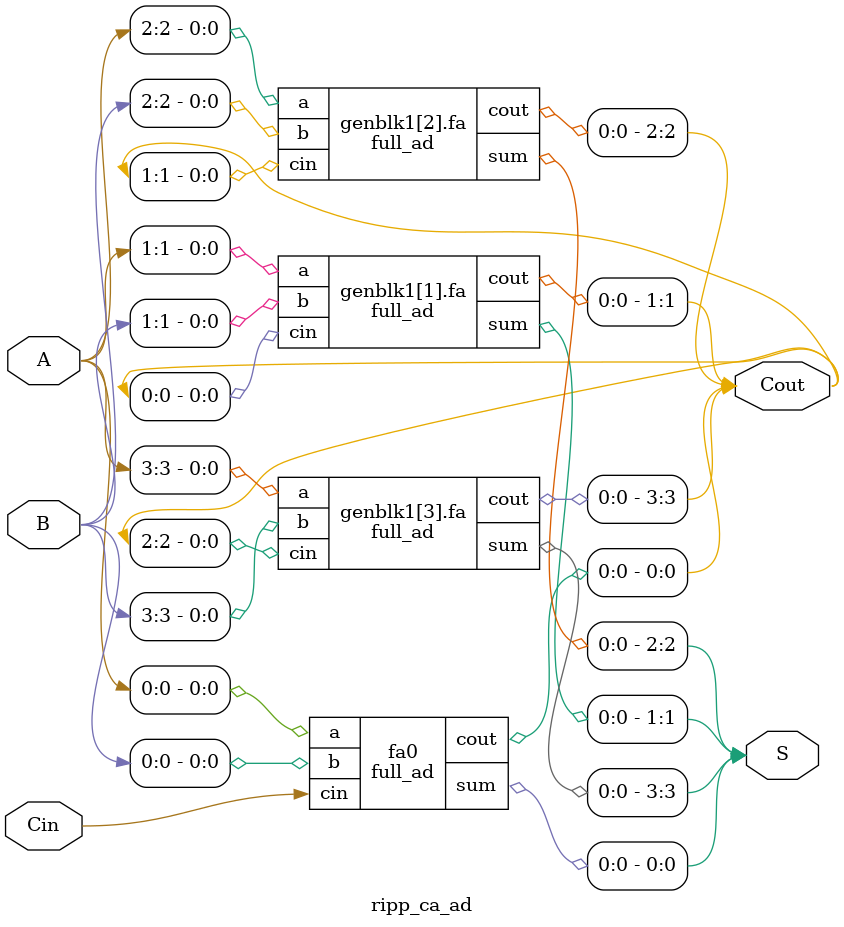
<source format=v>
module full_ad(
  input a, b, cin,
  output sum, cout
);
  
  assign {sum, cout} = {a^b^cin, ((a & b) | (b & cin) | (a & cin))};
 
endmodule

module ripp_ca_ad#(parameter SIZE = 4) (
  input [SIZE-1:0] A, B, 
  input Cin,
  output [SIZE-1:0] S, Cout);
  
  genvar g;
  
  full_ad fa0(A[0], B[0], Cin, S[0], Cout[0]);
  generate 
    for(g=1; g<SIZE; g=g+1) begin
      full_ad fa(A[g], B[g], Cout[g-1], S[g], Cout[g]);
    end
  endgenerate
  endmodule

</source>
